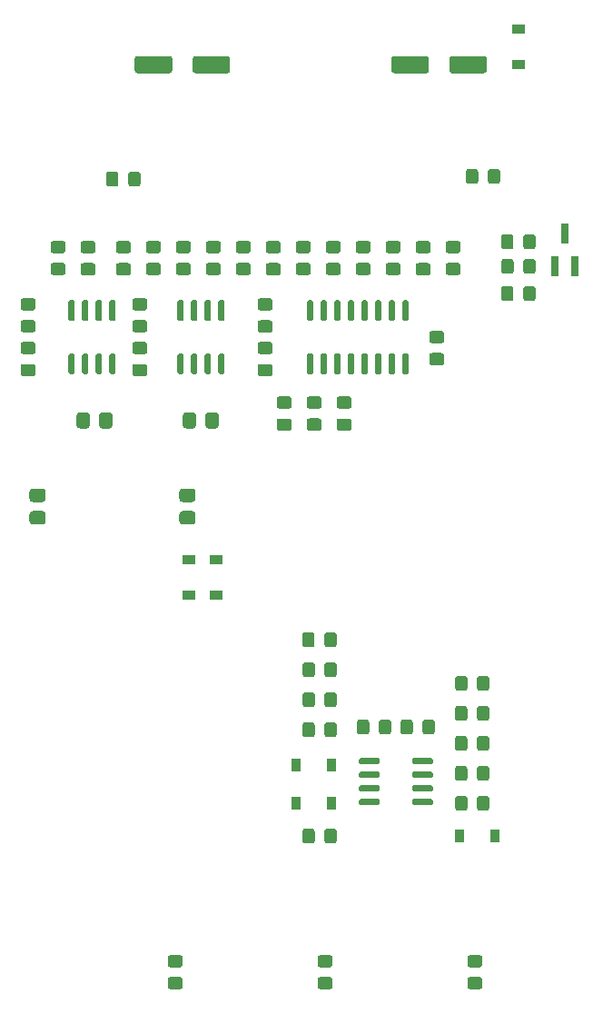
<source format=gbr>
G04 #@! TF.GenerationSoftware,KiCad,Pcbnew,5.1.6-c6e7f7d~87~ubuntu18.04.1*
G04 #@! TF.CreationDate,2020-08-03T08:46:45-04:00*
G04 #@! TF.ProjectId,2164SVF,32313634-5356-4462-9e6b-696361645f70,1*
G04 #@! TF.SameCoordinates,Original*
G04 #@! TF.FileFunction,Paste,Bot*
G04 #@! TF.FilePolarity,Positive*
%FSLAX46Y46*%
G04 Gerber Fmt 4.6, Leading zero omitted, Abs format (unit mm)*
G04 Created by KiCad (PCBNEW 5.1.6-c6e7f7d~87~ubuntu18.04.1) date 2020-08-03 08:46:45*
%MOMM*%
%LPD*%
G01*
G04 APERTURE LIST*
%ADD10R,0.800000X1.900000*%
%ADD11R,1.200000X0.900000*%
%ADD12R,0.900000X1.200000*%
G04 APERTURE END LIST*
G36*
G01*
X107759500Y-93599000D02*
X106870500Y-93599000D01*
G75*
G02*
X106553000Y-93281500I0J317500D01*
G01*
X106553000Y-92646500D01*
G75*
G02*
X106870500Y-92329000I317500J0D01*
G01*
X107759500Y-92329000D01*
G75*
G02*
X108077000Y-92646500I0J-317500D01*
G01*
X108077000Y-93281500D01*
G75*
G02*
X107759500Y-93599000I-317500J0D01*
G01*
G37*
G36*
G01*
X107759500Y-95694500D02*
X106870500Y-95694500D01*
G75*
G02*
X106553000Y-95377000I0J317500D01*
G01*
X106553000Y-94742000D01*
G75*
G02*
X106870500Y-94424500I317500J0D01*
G01*
X107759500Y-94424500D01*
G75*
G02*
X108077000Y-94742000I0J-317500D01*
G01*
X108077000Y-95377000D01*
G75*
G02*
X107759500Y-95694500I-317500J0D01*
G01*
G37*
G36*
G01*
X121729500Y-93599000D02*
X120840500Y-93599000D01*
G75*
G02*
X120523000Y-93281500I0J317500D01*
G01*
X120523000Y-92646500D01*
G75*
G02*
X120840500Y-92329000I317500J0D01*
G01*
X121729500Y-92329000D01*
G75*
G02*
X122047000Y-92646500I0J-317500D01*
G01*
X122047000Y-93281500D01*
G75*
G02*
X121729500Y-93599000I-317500J0D01*
G01*
G37*
G36*
G01*
X121729500Y-95694500D02*
X120840500Y-95694500D01*
G75*
G02*
X120523000Y-95377000I0J317500D01*
G01*
X120523000Y-94742000D01*
G75*
G02*
X120840500Y-94424500I317500J0D01*
G01*
X121729500Y-94424500D01*
G75*
G02*
X122047000Y-94742000I0J-317500D01*
G01*
X122047000Y-95377000D01*
G75*
G02*
X121729500Y-95694500I-317500J0D01*
G01*
G37*
G36*
G01*
X113030000Y-86423500D02*
X113030000Y-85534500D01*
G75*
G02*
X113347500Y-85217000I317500J0D01*
G01*
X113982500Y-85217000D01*
G75*
G02*
X114300000Y-85534500I0J-317500D01*
G01*
X114300000Y-86423500D01*
G75*
G02*
X113982500Y-86741000I-317500J0D01*
G01*
X113347500Y-86741000D01*
G75*
G02*
X113030000Y-86423500I0J317500D01*
G01*
G37*
G36*
G01*
X110934500Y-86423500D02*
X110934500Y-85534500D01*
G75*
G02*
X111252000Y-85217000I317500J0D01*
G01*
X111887000Y-85217000D01*
G75*
G02*
X112204500Y-85534500I0J-317500D01*
G01*
X112204500Y-86423500D01*
G75*
G02*
X111887000Y-86741000I-317500J0D01*
G01*
X111252000Y-86741000D01*
G75*
G02*
X110934500Y-86423500I0J317500D01*
G01*
G37*
G36*
G01*
X122936000Y-86423500D02*
X122936000Y-85534500D01*
G75*
G02*
X123253500Y-85217000I317500J0D01*
G01*
X123888500Y-85217000D01*
G75*
G02*
X124206000Y-85534500I0J-317500D01*
G01*
X124206000Y-86423500D01*
G75*
G02*
X123888500Y-86741000I-317500J0D01*
G01*
X123253500Y-86741000D01*
G75*
G02*
X122936000Y-86423500I0J317500D01*
G01*
G37*
G36*
G01*
X120840500Y-86423500D02*
X120840500Y-85534500D01*
G75*
G02*
X121158000Y-85217000I317500J0D01*
G01*
X121793000Y-85217000D01*
G75*
G02*
X122110500Y-85534500I0J-317500D01*
G01*
X122110500Y-86423500D01*
G75*
G02*
X121793000Y-86741000I-317500J0D01*
G01*
X121158000Y-86741000D01*
G75*
G02*
X120840500Y-86423500I0J317500D01*
G01*
G37*
D10*
X156464000Y-68604000D03*
X155514000Y-71604000D03*
X157414000Y-71604000D03*
G36*
G01*
X142216000Y-121689000D02*
X142216000Y-121389000D01*
G75*
G02*
X142366000Y-121239000I150000J0D01*
G01*
X144016000Y-121239000D01*
G75*
G02*
X144166000Y-121389000I0J-150000D01*
G01*
X144166000Y-121689000D01*
G75*
G02*
X144016000Y-121839000I-150000J0D01*
G01*
X142366000Y-121839000D01*
G75*
G02*
X142216000Y-121689000I0J150000D01*
G01*
G37*
G36*
G01*
X142216000Y-120419000D02*
X142216000Y-120119000D01*
G75*
G02*
X142366000Y-119969000I150000J0D01*
G01*
X144016000Y-119969000D01*
G75*
G02*
X144166000Y-120119000I0J-150000D01*
G01*
X144166000Y-120419000D01*
G75*
G02*
X144016000Y-120569000I-150000J0D01*
G01*
X142366000Y-120569000D01*
G75*
G02*
X142216000Y-120419000I0J150000D01*
G01*
G37*
G36*
G01*
X142216000Y-119149000D02*
X142216000Y-118849000D01*
G75*
G02*
X142366000Y-118699000I150000J0D01*
G01*
X144016000Y-118699000D01*
G75*
G02*
X144166000Y-118849000I0J-150000D01*
G01*
X144166000Y-119149000D01*
G75*
G02*
X144016000Y-119299000I-150000J0D01*
G01*
X142366000Y-119299000D01*
G75*
G02*
X142216000Y-119149000I0J150000D01*
G01*
G37*
G36*
G01*
X142216000Y-117879000D02*
X142216000Y-117579000D01*
G75*
G02*
X142366000Y-117429000I150000J0D01*
G01*
X144016000Y-117429000D01*
G75*
G02*
X144166000Y-117579000I0J-150000D01*
G01*
X144166000Y-117879000D01*
G75*
G02*
X144016000Y-118029000I-150000J0D01*
G01*
X142366000Y-118029000D01*
G75*
G02*
X142216000Y-117879000I0J150000D01*
G01*
G37*
G36*
G01*
X137266000Y-117879000D02*
X137266000Y-117579000D01*
G75*
G02*
X137416000Y-117429000I150000J0D01*
G01*
X139066000Y-117429000D01*
G75*
G02*
X139216000Y-117579000I0J-150000D01*
G01*
X139216000Y-117879000D01*
G75*
G02*
X139066000Y-118029000I-150000J0D01*
G01*
X137416000Y-118029000D01*
G75*
G02*
X137266000Y-117879000I0J150000D01*
G01*
G37*
G36*
G01*
X137266000Y-119149000D02*
X137266000Y-118849000D01*
G75*
G02*
X137416000Y-118699000I150000J0D01*
G01*
X139066000Y-118699000D01*
G75*
G02*
X139216000Y-118849000I0J-150000D01*
G01*
X139216000Y-119149000D01*
G75*
G02*
X139066000Y-119299000I-150000J0D01*
G01*
X137416000Y-119299000D01*
G75*
G02*
X137266000Y-119149000I0J150000D01*
G01*
G37*
G36*
G01*
X137266000Y-120419000D02*
X137266000Y-120119000D01*
G75*
G02*
X137416000Y-119969000I150000J0D01*
G01*
X139066000Y-119969000D01*
G75*
G02*
X139216000Y-120119000I0J-150000D01*
G01*
X139216000Y-120419000D01*
G75*
G02*
X139066000Y-120569000I-150000J0D01*
G01*
X137416000Y-120569000D01*
G75*
G02*
X137266000Y-120419000I0J150000D01*
G01*
G37*
G36*
G01*
X137266000Y-121689000D02*
X137266000Y-121389000D01*
G75*
G02*
X137416000Y-121239000I150000J0D01*
G01*
X139066000Y-121239000D01*
G75*
G02*
X139216000Y-121389000I0J-150000D01*
G01*
X139216000Y-121689000D01*
G75*
G02*
X139066000Y-121839000I-150000J0D01*
G01*
X137416000Y-121839000D01*
G75*
G02*
X137266000Y-121689000I0J150000D01*
G01*
G37*
G36*
G01*
X110340000Y-79732000D02*
X110640000Y-79732000D01*
G75*
G02*
X110790000Y-79882000I0J-150000D01*
G01*
X110790000Y-81532000D01*
G75*
G02*
X110640000Y-81682000I-150000J0D01*
G01*
X110340000Y-81682000D01*
G75*
G02*
X110190000Y-81532000I0J150000D01*
G01*
X110190000Y-79882000D01*
G75*
G02*
X110340000Y-79732000I150000J0D01*
G01*
G37*
G36*
G01*
X111610000Y-79732000D02*
X111910000Y-79732000D01*
G75*
G02*
X112060000Y-79882000I0J-150000D01*
G01*
X112060000Y-81532000D01*
G75*
G02*
X111910000Y-81682000I-150000J0D01*
G01*
X111610000Y-81682000D01*
G75*
G02*
X111460000Y-81532000I0J150000D01*
G01*
X111460000Y-79882000D01*
G75*
G02*
X111610000Y-79732000I150000J0D01*
G01*
G37*
G36*
G01*
X112880000Y-79732000D02*
X113180000Y-79732000D01*
G75*
G02*
X113330000Y-79882000I0J-150000D01*
G01*
X113330000Y-81532000D01*
G75*
G02*
X113180000Y-81682000I-150000J0D01*
G01*
X112880000Y-81682000D01*
G75*
G02*
X112730000Y-81532000I0J150000D01*
G01*
X112730000Y-79882000D01*
G75*
G02*
X112880000Y-79732000I150000J0D01*
G01*
G37*
G36*
G01*
X114150000Y-79732000D02*
X114450000Y-79732000D01*
G75*
G02*
X114600000Y-79882000I0J-150000D01*
G01*
X114600000Y-81532000D01*
G75*
G02*
X114450000Y-81682000I-150000J0D01*
G01*
X114150000Y-81682000D01*
G75*
G02*
X114000000Y-81532000I0J150000D01*
G01*
X114000000Y-79882000D01*
G75*
G02*
X114150000Y-79732000I150000J0D01*
G01*
G37*
G36*
G01*
X114150000Y-74782000D02*
X114450000Y-74782000D01*
G75*
G02*
X114600000Y-74932000I0J-150000D01*
G01*
X114600000Y-76582000D01*
G75*
G02*
X114450000Y-76732000I-150000J0D01*
G01*
X114150000Y-76732000D01*
G75*
G02*
X114000000Y-76582000I0J150000D01*
G01*
X114000000Y-74932000D01*
G75*
G02*
X114150000Y-74782000I150000J0D01*
G01*
G37*
G36*
G01*
X112880000Y-74782000D02*
X113180000Y-74782000D01*
G75*
G02*
X113330000Y-74932000I0J-150000D01*
G01*
X113330000Y-76582000D01*
G75*
G02*
X113180000Y-76732000I-150000J0D01*
G01*
X112880000Y-76732000D01*
G75*
G02*
X112730000Y-76582000I0J150000D01*
G01*
X112730000Y-74932000D01*
G75*
G02*
X112880000Y-74782000I150000J0D01*
G01*
G37*
G36*
G01*
X111610000Y-74782000D02*
X111910000Y-74782000D01*
G75*
G02*
X112060000Y-74932000I0J-150000D01*
G01*
X112060000Y-76582000D01*
G75*
G02*
X111910000Y-76732000I-150000J0D01*
G01*
X111610000Y-76732000D01*
G75*
G02*
X111460000Y-76582000I0J150000D01*
G01*
X111460000Y-74932000D01*
G75*
G02*
X111610000Y-74782000I150000J0D01*
G01*
G37*
G36*
G01*
X110340000Y-74782000D02*
X110640000Y-74782000D01*
G75*
G02*
X110790000Y-74932000I0J-150000D01*
G01*
X110790000Y-76582000D01*
G75*
G02*
X110640000Y-76732000I-150000J0D01*
G01*
X110340000Y-76732000D01*
G75*
G02*
X110190000Y-76582000I0J150000D01*
G01*
X110190000Y-74932000D01*
G75*
G02*
X110340000Y-74782000I150000J0D01*
G01*
G37*
G36*
G01*
X132565000Y-79732000D02*
X132865000Y-79732000D01*
G75*
G02*
X133015000Y-79882000I0J-150000D01*
G01*
X133015000Y-81532000D01*
G75*
G02*
X132865000Y-81682000I-150000J0D01*
G01*
X132565000Y-81682000D01*
G75*
G02*
X132415000Y-81532000I0J150000D01*
G01*
X132415000Y-79882000D01*
G75*
G02*
X132565000Y-79732000I150000J0D01*
G01*
G37*
G36*
G01*
X133835000Y-79732000D02*
X134135000Y-79732000D01*
G75*
G02*
X134285000Y-79882000I0J-150000D01*
G01*
X134285000Y-81532000D01*
G75*
G02*
X134135000Y-81682000I-150000J0D01*
G01*
X133835000Y-81682000D01*
G75*
G02*
X133685000Y-81532000I0J150000D01*
G01*
X133685000Y-79882000D01*
G75*
G02*
X133835000Y-79732000I150000J0D01*
G01*
G37*
G36*
G01*
X135105000Y-79732000D02*
X135405000Y-79732000D01*
G75*
G02*
X135555000Y-79882000I0J-150000D01*
G01*
X135555000Y-81532000D01*
G75*
G02*
X135405000Y-81682000I-150000J0D01*
G01*
X135105000Y-81682000D01*
G75*
G02*
X134955000Y-81532000I0J150000D01*
G01*
X134955000Y-79882000D01*
G75*
G02*
X135105000Y-79732000I150000J0D01*
G01*
G37*
G36*
G01*
X136375000Y-79732000D02*
X136675000Y-79732000D01*
G75*
G02*
X136825000Y-79882000I0J-150000D01*
G01*
X136825000Y-81532000D01*
G75*
G02*
X136675000Y-81682000I-150000J0D01*
G01*
X136375000Y-81682000D01*
G75*
G02*
X136225000Y-81532000I0J150000D01*
G01*
X136225000Y-79882000D01*
G75*
G02*
X136375000Y-79732000I150000J0D01*
G01*
G37*
G36*
G01*
X137645000Y-79732000D02*
X137945000Y-79732000D01*
G75*
G02*
X138095000Y-79882000I0J-150000D01*
G01*
X138095000Y-81532000D01*
G75*
G02*
X137945000Y-81682000I-150000J0D01*
G01*
X137645000Y-81682000D01*
G75*
G02*
X137495000Y-81532000I0J150000D01*
G01*
X137495000Y-79882000D01*
G75*
G02*
X137645000Y-79732000I150000J0D01*
G01*
G37*
G36*
G01*
X138915000Y-79732000D02*
X139215000Y-79732000D01*
G75*
G02*
X139365000Y-79882000I0J-150000D01*
G01*
X139365000Y-81532000D01*
G75*
G02*
X139215000Y-81682000I-150000J0D01*
G01*
X138915000Y-81682000D01*
G75*
G02*
X138765000Y-81532000I0J150000D01*
G01*
X138765000Y-79882000D01*
G75*
G02*
X138915000Y-79732000I150000J0D01*
G01*
G37*
G36*
G01*
X140185000Y-79732000D02*
X140485000Y-79732000D01*
G75*
G02*
X140635000Y-79882000I0J-150000D01*
G01*
X140635000Y-81532000D01*
G75*
G02*
X140485000Y-81682000I-150000J0D01*
G01*
X140185000Y-81682000D01*
G75*
G02*
X140035000Y-81532000I0J150000D01*
G01*
X140035000Y-79882000D01*
G75*
G02*
X140185000Y-79732000I150000J0D01*
G01*
G37*
G36*
G01*
X141455000Y-79732000D02*
X141755000Y-79732000D01*
G75*
G02*
X141905000Y-79882000I0J-150000D01*
G01*
X141905000Y-81532000D01*
G75*
G02*
X141755000Y-81682000I-150000J0D01*
G01*
X141455000Y-81682000D01*
G75*
G02*
X141305000Y-81532000I0J150000D01*
G01*
X141305000Y-79882000D01*
G75*
G02*
X141455000Y-79732000I150000J0D01*
G01*
G37*
G36*
G01*
X141455000Y-74782000D02*
X141755000Y-74782000D01*
G75*
G02*
X141905000Y-74932000I0J-150000D01*
G01*
X141905000Y-76582000D01*
G75*
G02*
X141755000Y-76732000I-150000J0D01*
G01*
X141455000Y-76732000D01*
G75*
G02*
X141305000Y-76582000I0J150000D01*
G01*
X141305000Y-74932000D01*
G75*
G02*
X141455000Y-74782000I150000J0D01*
G01*
G37*
G36*
G01*
X140185000Y-74782000D02*
X140485000Y-74782000D01*
G75*
G02*
X140635000Y-74932000I0J-150000D01*
G01*
X140635000Y-76582000D01*
G75*
G02*
X140485000Y-76732000I-150000J0D01*
G01*
X140185000Y-76732000D01*
G75*
G02*
X140035000Y-76582000I0J150000D01*
G01*
X140035000Y-74932000D01*
G75*
G02*
X140185000Y-74782000I150000J0D01*
G01*
G37*
G36*
G01*
X138915000Y-74782000D02*
X139215000Y-74782000D01*
G75*
G02*
X139365000Y-74932000I0J-150000D01*
G01*
X139365000Y-76582000D01*
G75*
G02*
X139215000Y-76732000I-150000J0D01*
G01*
X138915000Y-76732000D01*
G75*
G02*
X138765000Y-76582000I0J150000D01*
G01*
X138765000Y-74932000D01*
G75*
G02*
X138915000Y-74782000I150000J0D01*
G01*
G37*
G36*
G01*
X137645000Y-74782000D02*
X137945000Y-74782000D01*
G75*
G02*
X138095000Y-74932000I0J-150000D01*
G01*
X138095000Y-76582000D01*
G75*
G02*
X137945000Y-76732000I-150000J0D01*
G01*
X137645000Y-76732000D01*
G75*
G02*
X137495000Y-76582000I0J150000D01*
G01*
X137495000Y-74932000D01*
G75*
G02*
X137645000Y-74782000I150000J0D01*
G01*
G37*
G36*
G01*
X136375000Y-74782000D02*
X136675000Y-74782000D01*
G75*
G02*
X136825000Y-74932000I0J-150000D01*
G01*
X136825000Y-76582000D01*
G75*
G02*
X136675000Y-76732000I-150000J0D01*
G01*
X136375000Y-76732000D01*
G75*
G02*
X136225000Y-76582000I0J150000D01*
G01*
X136225000Y-74932000D01*
G75*
G02*
X136375000Y-74782000I150000J0D01*
G01*
G37*
G36*
G01*
X135105000Y-74782000D02*
X135405000Y-74782000D01*
G75*
G02*
X135555000Y-74932000I0J-150000D01*
G01*
X135555000Y-76582000D01*
G75*
G02*
X135405000Y-76732000I-150000J0D01*
G01*
X135105000Y-76732000D01*
G75*
G02*
X134955000Y-76582000I0J150000D01*
G01*
X134955000Y-74932000D01*
G75*
G02*
X135105000Y-74782000I150000J0D01*
G01*
G37*
G36*
G01*
X133835000Y-74782000D02*
X134135000Y-74782000D01*
G75*
G02*
X134285000Y-74932000I0J-150000D01*
G01*
X134285000Y-76582000D01*
G75*
G02*
X134135000Y-76732000I-150000J0D01*
G01*
X133835000Y-76732000D01*
G75*
G02*
X133685000Y-76582000I0J150000D01*
G01*
X133685000Y-74932000D01*
G75*
G02*
X133835000Y-74782000I150000J0D01*
G01*
G37*
G36*
G01*
X132565000Y-74782000D02*
X132865000Y-74782000D01*
G75*
G02*
X133015000Y-74932000I0J-150000D01*
G01*
X133015000Y-76582000D01*
G75*
G02*
X132865000Y-76732000I-150000J0D01*
G01*
X132565000Y-76732000D01*
G75*
G02*
X132415000Y-76582000I0J150000D01*
G01*
X132415000Y-74932000D01*
G75*
G02*
X132565000Y-74782000I150000J0D01*
G01*
G37*
G36*
G01*
X120500000Y-79732000D02*
X120800000Y-79732000D01*
G75*
G02*
X120950000Y-79882000I0J-150000D01*
G01*
X120950000Y-81532000D01*
G75*
G02*
X120800000Y-81682000I-150000J0D01*
G01*
X120500000Y-81682000D01*
G75*
G02*
X120350000Y-81532000I0J150000D01*
G01*
X120350000Y-79882000D01*
G75*
G02*
X120500000Y-79732000I150000J0D01*
G01*
G37*
G36*
G01*
X121770000Y-79732000D02*
X122070000Y-79732000D01*
G75*
G02*
X122220000Y-79882000I0J-150000D01*
G01*
X122220000Y-81532000D01*
G75*
G02*
X122070000Y-81682000I-150000J0D01*
G01*
X121770000Y-81682000D01*
G75*
G02*
X121620000Y-81532000I0J150000D01*
G01*
X121620000Y-79882000D01*
G75*
G02*
X121770000Y-79732000I150000J0D01*
G01*
G37*
G36*
G01*
X123040000Y-79732000D02*
X123340000Y-79732000D01*
G75*
G02*
X123490000Y-79882000I0J-150000D01*
G01*
X123490000Y-81532000D01*
G75*
G02*
X123340000Y-81682000I-150000J0D01*
G01*
X123040000Y-81682000D01*
G75*
G02*
X122890000Y-81532000I0J150000D01*
G01*
X122890000Y-79882000D01*
G75*
G02*
X123040000Y-79732000I150000J0D01*
G01*
G37*
G36*
G01*
X124310000Y-79732000D02*
X124610000Y-79732000D01*
G75*
G02*
X124760000Y-79882000I0J-150000D01*
G01*
X124760000Y-81532000D01*
G75*
G02*
X124610000Y-81682000I-150000J0D01*
G01*
X124310000Y-81682000D01*
G75*
G02*
X124160000Y-81532000I0J150000D01*
G01*
X124160000Y-79882000D01*
G75*
G02*
X124310000Y-79732000I150000J0D01*
G01*
G37*
G36*
G01*
X124310000Y-74782000D02*
X124610000Y-74782000D01*
G75*
G02*
X124760000Y-74932000I0J-150000D01*
G01*
X124760000Y-76582000D01*
G75*
G02*
X124610000Y-76732000I-150000J0D01*
G01*
X124310000Y-76732000D01*
G75*
G02*
X124160000Y-76582000I0J150000D01*
G01*
X124160000Y-74932000D01*
G75*
G02*
X124310000Y-74782000I150000J0D01*
G01*
G37*
G36*
G01*
X123040000Y-74782000D02*
X123340000Y-74782000D01*
G75*
G02*
X123490000Y-74932000I0J-150000D01*
G01*
X123490000Y-76582000D01*
G75*
G02*
X123340000Y-76732000I-150000J0D01*
G01*
X123040000Y-76732000D01*
G75*
G02*
X122890000Y-76582000I0J150000D01*
G01*
X122890000Y-74932000D01*
G75*
G02*
X123040000Y-74782000I150000J0D01*
G01*
G37*
G36*
G01*
X121770000Y-74782000D02*
X122070000Y-74782000D01*
G75*
G02*
X122220000Y-74932000I0J-150000D01*
G01*
X122220000Y-76582000D01*
G75*
G02*
X122070000Y-76732000I-150000J0D01*
G01*
X121770000Y-76732000D01*
G75*
G02*
X121620000Y-76582000I0J150000D01*
G01*
X121620000Y-74932000D01*
G75*
G02*
X121770000Y-74782000I150000J0D01*
G01*
G37*
G36*
G01*
X120500000Y-74782000D02*
X120800000Y-74782000D01*
G75*
G02*
X120950000Y-74932000I0J-150000D01*
G01*
X120950000Y-76582000D01*
G75*
G02*
X120800000Y-76732000I-150000J0D01*
G01*
X120500000Y-76732000D01*
G75*
G02*
X120350000Y-76582000I0J150000D01*
G01*
X120350000Y-74932000D01*
G75*
G02*
X120500000Y-74782000I150000J0D01*
G01*
G37*
G36*
G01*
X144976001Y-78798000D02*
X144075999Y-78798000D01*
G75*
G02*
X143826000Y-78548001I0J249999D01*
G01*
X143826000Y-77897999D01*
G75*
G02*
X144075999Y-77648000I249999J0D01*
G01*
X144976001Y-77648000D01*
G75*
G02*
X145226000Y-77897999I0J-249999D01*
G01*
X145226000Y-78548001D01*
G75*
G02*
X144976001Y-78798000I-249999J0D01*
G01*
G37*
G36*
G01*
X144976001Y-80848000D02*
X144075999Y-80848000D01*
G75*
G02*
X143826000Y-80598001I0J249999D01*
G01*
X143826000Y-79947999D01*
G75*
G02*
X144075999Y-79698000I249999J0D01*
G01*
X144976001Y-79698000D01*
G75*
G02*
X145226000Y-79947999I0J-249999D01*
G01*
X145226000Y-80598001D01*
G75*
G02*
X144976001Y-80848000I-249999J0D01*
G01*
G37*
G36*
G01*
X151696000Y-71177999D02*
X151696000Y-72078001D01*
G75*
G02*
X151446001Y-72328000I-249999J0D01*
G01*
X150795999Y-72328000D01*
G75*
G02*
X150546000Y-72078001I0J249999D01*
G01*
X150546000Y-71177999D01*
G75*
G02*
X150795999Y-70928000I249999J0D01*
G01*
X151446001Y-70928000D01*
G75*
G02*
X151696000Y-71177999I0J-249999D01*
G01*
G37*
G36*
G01*
X153746000Y-71177999D02*
X153746000Y-72078001D01*
G75*
G02*
X153496001Y-72328000I-249999J0D01*
G01*
X152845999Y-72328000D01*
G75*
G02*
X152596000Y-72078001I0J249999D01*
G01*
X152596000Y-71177999D01*
G75*
G02*
X152845999Y-70928000I249999J0D01*
G01*
X153496001Y-70928000D01*
G75*
G02*
X153746000Y-71177999I0J-249999D01*
G01*
G37*
G36*
G01*
X147378000Y-118421999D02*
X147378000Y-119322001D01*
G75*
G02*
X147128001Y-119572000I-249999J0D01*
G01*
X146477999Y-119572000D01*
G75*
G02*
X146228000Y-119322001I0J249999D01*
G01*
X146228000Y-118421999D01*
G75*
G02*
X146477999Y-118172000I249999J0D01*
G01*
X147128001Y-118172000D01*
G75*
G02*
X147378000Y-118421999I0J-249999D01*
G01*
G37*
G36*
G01*
X149428000Y-118421999D02*
X149428000Y-119322001D01*
G75*
G02*
X149178001Y-119572000I-249999J0D01*
G01*
X148527999Y-119572000D01*
G75*
G02*
X148278000Y-119322001I0J249999D01*
G01*
X148278000Y-118421999D01*
G75*
G02*
X148527999Y-118172000I249999J0D01*
G01*
X149178001Y-118172000D01*
G75*
G02*
X149428000Y-118421999I0J-249999D01*
G01*
G37*
G36*
G01*
X148287000Y-110940001D02*
X148287000Y-110039999D01*
G75*
G02*
X148536999Y-109790000I249999J0D01*
G01*
X149187001Y-109790000D01*
G75*
G02*
X149437000Y-110039999I0J-249999D01*
G01*
X149437000Y-110940001D01*
G75*
G02*
X149187001Y-111190000I-249999J0D01*
G01*
X148536999Y-111190000D01*
G75*
G02*
X148287000Y-110940001I0J249999D01*
G01*
G37*
G36*
G01*
X146237000Y-110940001D02*
X146237000Y-110039999D01*
G75*
G02*
X146486999Y-109790000I249999J0D01*
G01*
X147137001Y-109790000D01*
G75*
G02*
X147387000Y-110039999I0J-249999D01*
G01*
X147387000Y-110940001D01*
G75*
G02*
X147137001Y-111190000I-249999J0D01*
G01*
X146486999Y-111190000D01*
G75*
G02*
X146237000Y-110940001I0J249999D01*
G01*
G37*
G36*
G01*
X148278000Y-113734001D02*
X148278000Y-112833999D01*
G75*
G02*
X148527999Y-112584000I249999J0D01*
G01*
X149178001Y-112584000D01*
G75*
G02*
X149428000Y-112833999I0J-249999D01*
G01*
X149428000Y-113734001D01*
G75*
G02*
X149178001Y-113984000I-249999J0D01*
G01*
X148527999Y-113984000D01*
G75*
G02*
X148278000Y-113734001I0J249999D01*
G01*
G37*
G36*
G01*
X146228000Y-113734001D02*
X146228000Y-112833999D01*
G75*
G02*
X146477999Y-112584000I249999J0D01*
G01*
X147128001Y-112584000D01*
G75*
G02*
X147378000Y-112833999I0J-249999D01*
G01*
X147378000Y-113734001D01*
G75*
G02*
X147128001Y-113984000I-249999J0D01*
G01*
X146477999Y-113984000D01*
G75*
G02*
X146228000Y-113734001I0J249999D01*
G01*
G37*
G36*
G01*
X148278000Y-116528001D02*
X148278000Y-115627999D01*
G75*
G02*
X148527999Y-115378000I249999J0D01*
G01*
X149178001Y-115378000D01*
G75*
G02*
X149428000Y-115627999I0J-249999D01*
G01*
X149428000Y-116528001D01*
G75*
G02*
X149178001Y-116778000I-249999J0D01*
G01*
X148527999Y-116778000D01*
G75*
G02*
X148278000Y-116528001I0J249999D01*
G01*
G37*
G36*
G01*
X146228000Y-116528001D02*
X146228000Y-115627999D01*
G75*
G02*
X146477999Y-115378000I249999J0D01*
G01*
X147128001Y-115378000D01*
G75*
G02*
X147378000Y-115627999I0J-249999D01*
G01*
X147378000Y-116528001D01*
G75*
G02*
X147128001Y-116778000I-249999J0D01*
G01*
X146477999Y-116778000D01*
G75*
G02*
X146228000Y-116528001I0J249999D01*
G01*
G37*
G36*
G01*
X134054000Y-115258001D02*
X134054000Y-114357999D01*
G75*
G02*
X134303999Y-114108000I249999J0D01*
G01*
X134954001Y-114108000D01*
G75*
G02*
X135204000Y-114357999I0J-249999D01*
G01*
X135204000Y-115258001D01*
G75*
G02*
X134954001Y-115508000I-249999J0D01*
G01*
X134303999Y-115508000D01*
G75*
G02*
X134054000Y-115258001I0J249999D01*
G01*
G37*
G36*
G01*
X132004000Y-115258001D02*
X132004000Y-114357999D01*
G75*
G02*
X132253999Y-114108000I249999J0D01*
G01*
X132904001Y-114108000D01*
G75*
G02*
X133154000Y-114357999I0J-249999D01*
G01*
X133154000Y-115258001D01*
G75*
G02*
X132904001Y-115508000I-249999J0D01*
G01*
X132253999Y-115508000D01*
G75*
G02*
X132004000Y-115258001I0J249999D01*
G01*
G37*
G36*
G01*
X133163000Y-108769999D02*
X133163000Y-109670001D01*
G75*
G02*
X132913001Y-109920000I-249999J0D01*
G01*
X132262999Y-109920000D01*
G75*
G02*
X132013000Y-109670001I0J249999D01*
G01*
X132013000Y-108769999D01*
G75*
G02*
X132262999Y-108520000I249999J0D01*
G01*
X132913001Y-108520000D01*
G75*
G02*
X133163000Y-108769999I0J-249999D01*
G01*
G37*
G36*
G01*
X135213000Y-108769999D02*
X135213000Y-109670001D01*
G75*
G02*
X134963001Y-109920000I-249999J0D01*
G01*
X134312999Y-109920000D01*
G75*
G02*
X134063000Y-109670001I0J249999D01*
G01*
X134063000Y-108769999D01*
G75*
G02*
X134312999Y-108520000I249999J0D01*
G01*
X134963001Y-108520000D01*
G75*
G02*
X135213000Y-108769999I0J-249999D01*
G01*
G37*
G36*
G01*
X133163000Y-111563999D02*
X133163000Y-112464001D01*
G75*
G02*
X132913001Y-112714000I-249999J0D01*
G01*
X132262999Y-112714000D01*
G75*
G02*
X132013000Y-112464001I0J249999D01*
G01*
X132013000Y-111563999D01*
G75*
G02*
X132262999Y-111314000I249999J0D01*
G01*
X132913001Y-111314000D01*
G75*
G02*
X133163000Y-111563999I0J-249999D01*
G01*
G37*
G36*
G01*
X135213000Y-111563999D02*
X135213000Y-112464001D01*
G75*
G02*
X134963001Y-112714000I-249999J0D01*
G01*
X134312999Y-112714000D01*
G75*
G02*
X134063000Y-112464001I0J249999D01*
G01*
X134063000Y-111563999D01*
G75*
G02*
X134312999Y-111314000I249999J0D01*
G01*
X134963001Y-111314000D01*
G75*
G02*
X135213000Y-111563999I0J-249999D01*
G01*
G37*
G36*
G01*
X133145000Y-105975999D02*
X133145000Y-106876001D01*
G75*
G02*
X132895001Y-107126000I-249999J0D01*
G01*
X132244999Y-107126000D01*
G75*
G02*
X131995000Y-106876001I0J249999D01*
G01*
X131995000Y-105975999D01*
G75*
G02*
X132244999Y-105726000I249999J0D01*
G01*
X132895001Y-105726000D01*
G75*
G02*
X133145000Y-105975999I0J-249999D01*
G01*
G37*
G36*
G01*
X135195000Y-105975999D02*
X135195000Y-106876001D01*
G75*
G02*
X134945001Y-107126000I-249999J0D01*
G01*
X134294999Y-107126000D01*
G75*
G02*
X134045000Y-106876001I0J249999D01*
G01*
X134045000Y-105975999D01*
G75*
G02*
X134294999Y-105726000I249999J0D01*
G01*
X134945001Y-105726000D01*
G75*
G02*
X135195000Y-105975999I0J-249999D01*
G01*
G37*
G36*
G01*
X142805999Y-71316000D02*
X143706001Y-71316000D01*
G75*
G02*
X143956000Y-71565999I0J-249999D01*
G01*
X143956000Y-72216001D01*
G75*
G02*
X143706001Y-72466000I-249999J0D01*
G01*
X142805999Y-72466000D01*
G75*
G02*
X142556000Y-72216001I0J249999D01*
G01*
X142556000Y-71565999D01*
G75*
G02*
X142805999Y-71316000I249999J0D01*
G01*
G37*
G36*
G01*
X142805999Y-69266000D02*
X143706001Y-69266000D01*
G75*
G02*
X143956000Y-69515999I0J-249999D01*
G01*
X143956000Y-70166001D01*
G75*
G02*
X143706001Y-70416000I-249999J0D01*
G01*
X142805999Y-70416000D01*
G75*
G02*
X142556000Y-70166001I0J249999D01*
G01*
X142556000Y-69515999D01*
G75*
G02*
X142805999Y-69266000I249999J0D01*
G01*
G37*
G36*
G01*
X140912001Y-70407000D02*
X140011999Y-70407000D01*
G75*
G02*
X139762000Y-70157001I0J249999D01*
G01*
X139762000Y-69506999D01*
G75*
G02*
X140011999Y-69257000I249999J0D01*
G01*
X140912001Y-69257000D01*
G75*
G02*
X141162000Y-69506999I0J-249999D01*
G01*
X141162000Y-70157001D01*
G75*
G02*
X140912001Y-70407000I-249999J0D01*
G01*
G37*
G36*
G01*
X140912001Y-72457000D02*
X140011999Y-72457000D01*
G75*
G02*
X139762000Y-72207001I0J249999D01*
G01*
X139762000Y-71556999D01*
G75*
G02*
X140011999Y-71307000I249999J0D01*
G01*
X140912001Y-71307000D01*
G75*
G02*
X141162000Y-71556999I0J-249999D01*
G01*
X141162000Y-72207001D01*
G75*
G02*
X140912001Y-72457000I-249999J0D01*
G01*
G37*
G36*
G01*
X130752001Y-84903000D02*
X129851999Y-84903000D01*
G75*
G02*
X129602000Y-84653001I0J249999D01*
G01*
X129602000Y-84002999D01*
G75*
G02*
X129851999Y-83753000I249999J0D01*
G01*
X130752001Y-83753000D01*
G75*
G02*
X131002000Y-84002999I0J-249999D01*
G01*
X131002000Y-84653001D01*
G75*
G02*
X130752001Y-84903000I-249999J0D01*
G01*
G37*
G36*
G01*
X130752001Y-86953000D02*
X129851999Y-86953000D01*
G75*
G02*
X129602000Y-86703001I0J249999D01*
G01*
X129602000Y-86052999D01*
G75*
G02*
X129851999Y-85803000I249999J0D01*
G01*
X130752001Y-85803000D01*
G75*
G02*
X131002000Y-86052999I0J-249999D01*
G01*
X131002000Y-86703001D01*
G75*
G02*
X130752001Y-86953000I-249999J0D01*
G01*
G37*
G36*
G01*
X133546001Y-84894000D02*
X132645999Y-84894000D01*
G75*
G02*
X132396000Y-84644001I0J249999D01*
G01*
X132396000Y-83993999D01*
G75*
G02*
X132645999Y-83744000I249999J0D01*
G01*
X133546001Y-83744000D01*
G75*
G02*
X133796000Y-83993999I0J-249999D01*
G01*
X133796000Y-84644001D01*
G75*
G02*
X133546001Y-84894000I-249999J0D01*
G01*
G37*
G36*
G01*
X133546001Y-86944000D02*
X132645999Y-86944000D01*
G75*
G02*
X132396000Y-86694001I0J249999D01*
G01*
X132396000Y-86043999D01*
G75*
G02*
X132645999Y-85794000I249999J0D01*
G01*
X133546001Y-85794000D01*
G75*
G02*
X133796000Y-86043999I0J-249999D01*
G01*
X133796000Y-86694001D01*
G75*
G02*
X133546001Y-86944000I-249999J0D01*
G01*
G37*
G36*
G01*
X134423999Y-71307000D02*
X135324001Y-71307000D01*
G75*
G02*
X135574000Y-71556999I0J-249999D01*
G01*
X135574000Y-72207001D01*
G75*
G02*
X135324001Y-72457000I-249999J0D01*
G01*
X134423999Y-72457000D01*
G75*
G02*
X134174000Y-72207001I0J249999D01*
G01*
X134174000Y-71556999D01*
G75*
G02*
X134423999Y-71307000I249999J0D01*
G01*
G37*
G36*
G01*
X134423999Y-69257000D02*
X135324001Y-69257000D01*
G75*
G02*
X135574000Y-69506999I0J-249999D01*
G01*
X135574000Y-70157001D01*
G75*
G02*
X135324001Y-70407000I-249999J0D01*
G01*
X134423999Y-70407000D01*
G75*
G02*
X134174000Y-70157001I0J249999D01*
G01*
X134174000Y-69506999D01*
G75*
G02*
X134423999Y-69257000I249999J0D01*
G01*
G37*
G36*
G01*
X138118001Y-70407000D02*
X137217999Y-70407000D01*
G75*
G02*
X136968000Y-70157001I0J249999D01*
G01*
X136968000Y-69506999D01*
G75*
G02*
X137217999Y-69257000I249999J0D01*
G01*
X138118001Y-69257000D01*
G75*
G02*
X138368000Y-69506999I0J-249999D01*
G01*
X138368000Y-70157001D01*
G75*
G02*
X138118001Y-70407000I-249999J0D01*
G01*
G37*
G36*
G01*
X138118001Y-72457000D02*
X137217999Y-72457000D01*
G75*
G02*
X136968000Y-72207001I0J249999D01*
G01*
X136968000Y-71556999D01*
G75*
G02*
X137217999Y-71307000I249999J0D01*
G01*
X138118001Y-71307000D01*
G75*
G02*
X138368000Y-71556999I0J-249999D01*
G01*
X138368000Y-72207001D01*
G75*
G02*
X138118001Y-72457000I-249999J0D01*
G01*
G37*
G36*
G01*
X111563999Y-71316000D02*
X112464001Y-71316000D01*
G75*
G02*
X112714000Y-71565999I0J-249999D01*
G01*
X112714000Y-72216001D01*
G75*
G02*
X112464001Y-72466000I-249999J0D01*
G01*
X111563999Y-72466000D01*
G75*
G02*
X111314000Y-72216001I0J249999D01*
G01*
X111314000Y-71565999D01*
G75*
G02*
X111563999Y-71316000I249999J0D01*
G01*
G37*
G36*
G01*
X111563999Y-69266000D02*
X112464001Y-69266000D01*
G75*
G02*
X112714000Y-69515999I0J-249999D01*
G01*
X112714000Y-70166001D01*
G75*
G02*
X112464001Y-70416000I-249999J0D01*
G01*
X111563999Y-70416000D01*
G75*
G02*
X111314000Y-70166001I0J249999D01*
G01*
X111314000Y-69515999D01*
G75*
G02*
X111563999Y-69266000I249999J0D01*
G01*
G37*
G36*
G01*
X120453999Y-71307000D02*
X121354001Y-71307000D01*
G75*
G02*
X121604000Y-71556999I0J-249999D01*
G01*
X121604000Y-72207001D01*
G75*
G02*
X121354001Y-72457000I-249999J0D01*
G01*
X120453999Y-72457000D01*
G75*
G02*
X120204000Y-72207001I0J249999D01*
G01*
X120204000Y-71556999D01*
G75*
G02*
X120453999Y-71307000I249999J0D01*
G01*
G37*
G36*
G01*
X120453999Y-69257000D02*
X121354001Y-69257000D01*
G75*
G02*
X121604000Y-69506999I0J-249999D01*
G01*
X121604000Y-70157001D01*
G75*
G02*
X121354001Y-70407000I-249999J0D01*
G01*
X120453999Y-70407000D01*
G75*
G02*
X120204000Y-70157001I0J249999D01*
G01*
X120204000Y-69506999D01*
G75*
G02*
X120453999Y-69257000I249999J0D01*
G01*
G37*
G36*
G01*
X123247999Y-71307000D02*
X124148001Y-71307000D01*
G75*
G02*
X124398000Y-71556999I0J-249999D01*
G01*
X124398000Y-72207001D01*
G75*
G02*
X124148001Y-72457000I-249999J0D01*
G01*
X123247999Y-72457000D01*
G75*
G02*
X122998000Y-72207001I0J249999D01*
G01*
X122998000Y-71556999D01*
G75*
G02*
X123247999Y-71307000I249999J0D01*
G01*
G37*
G36*
G01*
X123247999Y-69257000D02*
X124148001Y-69257000D01*
G75*
G02*
X124398000Y-69506999I0J-249999D01*
G01*
X124398000Y-70157001D01*
G75*
G02*
X124148001Y-70407000I-249999J0D01*
G01*
X123247999Y-70407000D01*
G75*
G02*
X122998000Y-70157001I0J249999D01*
G01*
X122998000Y-69506999D01*
G75*
G02*
X123247999Y-69257000I249999J0D01*
G01*
G37*
G36*
G01*
X117659999Y-71307000D02*
X118560001Y-71307000D01*
G75*
G02*
X118810000Y-71556999I0J-249999D01*
G01*
X118810000Y-72207001D01*
G75*
G02*
X118560001Y-72457000I-249999J0D01*
G01*
X117659999Y-72457000D01*
G75*
G02*
X117410000Y-72207001I0J249999D01*
G01*
X117410000Y-71556999D01*
G75*
G02*
X117659999Y-71307000I249999J0D01*
G01*
G37*
G36*
G01*
X117659999Y-69257000D02*
X118560001Y-69257000D01*
G75*
G02*
X118810000Y-69506999I0J-249999D01*
G01*
X118810000Y-70157001D01*
G75*
G02*
X118560001Y-70407000I-249999J0D01*
G01*
X117659999Y-70407000D01*
G75*
G02*
X117410000Y-70157001I0J249999D01*
G01*
X117410000Y-69506999D01*
G75*
G02*
X117659999Y-69257000I249999J0D01*
G01*
G37*
G36*
G01*
X128835999Y-71316000D02*
X129736001Y-71316000D01*
G75*
G02*
X129986000Y-71565999I0J-249999D01*
G01*
X129986000Y-72216001D01*
G75*
G02*
X129736001Y-72466000I-249999J0D01*
G01*
X128835999Y-72466000D01*
G75*
G02*
X128586000Y-72216001I0J249999D01*
G01*
X128586000Y-71565999D01*
G75*
G02*
X128835999Y-71316000I249999J0D01*
G01*
G37*
G36*
G01*
X128835999Y-69266000D02*
X129736001Y-69266000D01*
G75*
G02*
X129986000Y-69515999I0J-249999D01*
G01*
X129986000Y-70166001D01*
G75*
G02*
X129736001Y-70416000I-249999J0D01*
G01*
X128835999Y-70416000D01*
G75*
G02*
X128586000Y-70166001I0J249999D01*
G01*
X128586000Y-69515999D01*
G75*
G02*
X128835999Y-69266000I249999J0D01*
G01*
G37*
G36*
G01*
X115766001Y-70416000D02*
X114865999Y-70416000D01*
G75*
G02*
X114616000Y-70166001I0J249999D01*
G01*
X114616000Y-69515999D01*
G75*
G02*
X114865999Y-69266000I249999J0D01*
G01*
X115766001Y-69266000D01*
G75*
G02*
X116016000Y-69515999I0J-249999D01*
G01*
X116016000Y-70166001D01*
G75*
G02*
X115766001Y-70416000I-249999J0D01*
G01*
G37*
G36*
G01*
X115766001Y-72466000D02*
X114865999Y-72466000D01*
G75*
G02*
X114616000Y-72216001I0J249999D01*
G01*
X114616000Y-71565999D01*
G75*
G02*
X114865999Y-71316000I249999J0D01*
G01*
X115766001Y-71316000D01*
G75*
G02*
X116016000Y-71565999I0J-249999D01*
G01*
X116016000Y-72216001D01*
G75*
G02*
X115766001Y-72466000I-249999J0D01*
G01*
G37*
G36*
G01*
X120592001Y-136955000D02*
X119691999Y-136955000D01*
G75*
G02*
X119442000Y-136705001I0J249999D01*
G01*
X119442000Y-136054999D01*
G75*
G02*
X119691999Y-135805000I249999J0D01*
G01*
X120592001Y-135805000D01*
G75*
G02*
X120842000Y-136054999I0J-249999D01*
G01*
X120842000Y-136705001D01*
G75*
G02*
X120592001Y-136955000I-249999J0D01*
G01*
G37*
G36*
G01*
X120592001Y-139005000D02*
X119691999Y-139005000D01*
G75*
G02*
X119442000Y-138755001I0J249999D01*
G01*
X119442000Y-138104999D01*
G75*
G02*
X119691999Y-137855000I249999J0D01*
G01*
X120592001Y-137855000D01*
G75*
G02*
X120842000Y-138104999I0J-249999D01*
G01*
X120842000Y-138755001D01*
G75*
G02*
X120592001Y-139005000I-249999J0D01*
G01*
G37*
G36*
G01*
X134562001Y-136955000D02*
X133661999Y-136955000D01*
G75*
G02*
X133412000Y-136705001I0J249999D01*
G01*
X133412000Y-136054999D01*
G75*
G02*
X133661999Y-135805000I249999J0D01*
G01*
X134562001Y-135805000D01*
G75*
G02*
X134812000Y-136054999I0J-249999D01*
G01*
X134812000Y-136705001D01*
G75*
G02*
X134562001Y-136955000I-249999J0D01*
G01*
G37*
G36*
G01*
X134562001Y-139005000D02*
X133661999Y-139005000D01*
G75*
G02*
X133412000Y-138755001I0J249999D01*
G01*
X133412000Y-138104999D01*
G75*
G02*
X133661999Y-137855000I249999J0D01*
G01*
X134562001Y-137855000D01*
G75*
G02*
X134812000Y-138104999I0J-249999D01*
G01*
X134812000Y-138755001D01*
G75*
G02*
X134562001Y-139005000I-249999J0D01*
G01*
G37*
G36*
G01*
X148532001Y-136955000D02*
X147631999Y-136955000D01*
G75*
G02*
X147382000Y-136705001I0J249999D01*
G01*
X147382000Y-136054999D01*
G75*
G02*
X147631999Y-135805000I249999J0D01*
G01*
X148532001Y-135805000D01*
G75*
G02*
X148782000Y-136054999I0J-249999D01*
G01*
X148782000Y-136705001D01*
G75*
G02*
X148532001Y-136955000I-249999J0D01*
G01*
G37*
G36*
G01*
X148532001Y-139005000D02*
X147631999Y-139005000D01*
G75*
G02*
X147382000Y-138755001I0J249999D01*
G01*
X147382000Y-138104999D01*
G75*
G02*
X147631999Y-137855000I249999J0D01*
G01*
X148532001Y-137855000D01*
G75*
G02*
X148782000Y-138104999I0J-249999D01*
G01*
X148782000Y-138755001D01*
G75*
G02*
X148532001Y-139005000I-249999J0D01*
G01*
G37*
D11*
X152146000Y-49530000D03*
X152146000Y-52830000D03*
D12*
X146686000Y-124714000D03*
X149986000Y-124714000D03*
X134746000Y-121666000D03*
X131446000Y-121666000D03*
X134746000Y-118110000D03*
X131446000Y-118110000D03*
D11*
X121412000Y-98934000D03*
X121412000Y-102234000D03*
X123952000Y-102234000D03*
X123952000Y-98934000D03*
G36*
G01*
X139134000Y-115004001D02*
X139134000Y-114103999D01*
G75*
G02*
X139383999Y-113854000I249999J0D01*
G01*
X140034001Y-113854000D01*
G75*
G02*
X140284000Y-114103999I0J-249999D01*
G01*
X140284000Y-115004001D01*
G75*
G02*
X140034001Y-115254000I-249999J0D01*
G01*
X139383999Y-115254000D01*
G75*
G02*
X139134000Y-115004001I0J249999D01*
G01*
G37*
G36*
G01*
X137084000Y-115004001D02*
X137084000Y-114103999D01*
G75*
G02*
X137333999Y-113854000I249999J0D01*
G01*
X137984001Y-113854000D01*
G75*
G02*
X138234000Y-114103999I0J-249999D01*
G01*
X138234000Y-115004001D01*
G75*
G02*
X137984001Y-115254000I-249999J0D01*
G01*
X137333999Y-115254000D01*
G75*
G02*
X137084000Y-115004001I0J249999D01*
G01*
G37*
G36*
G01*
X143198000Y-115004001D02*
X143198000Y-114103999D01*
G75*
G02*
X143447999Y-113854000I249999J0D01*
G01*
X144098001Y-113854000D01*
G75*
G02*
X144348000Y-114103999I0J-249999D01*
G01*
X144348000Y-115004001D01*
G75*
G02*
X144098001Y-115254000I-249999J0D01*
G01*
X143447999Y-115254000D01*
G75*
G02*
X143198000Y-115004001I0J249999D01*
G01*
G37*
G36*
G01*
X141148000Y-115004001D02*
X141148000Y-114103999D01*
G75*
G02*
X141397999Y-113854000I249999J0D01*
G01*
X142048001Y-113854000D01*
G75*
G02*
X142298000Y-114103999I0J-249999D01*
G01*
X142298000Y-115004001D01*
G75*
G02*
X142048001Y-115254000I-249999J0D01*
G01*
X141397999Y-115254000D01*
G75*
G02*
X141148000Y-115004001I0J249999D01*
G01*
G37*
G36*
G01*
X152587000Y-74618001D02*
X152587000Y-73717999D01*
G75*
G02*
X152836999Y-73468000I249999J0D01*
G01*
X153487001Y-73468000D01*
G75*
G02*
X153737000Y-73717999I0J-249999D01*
G01*
X153737000Y-74618001D01*
G75*
G02*
X153487001Y-74868000I-249999J0D01*
G01*
X152836999Y-74868000D01*
G75*
G02*
X152587000Y-74618001I0J249999D01*
G01*
G37*
G36*
G01*
X150537000Y-74618001D02*
X150537000Y-73717999D01*
G75*
G02*
X150786999Y-73468000I249999J0D01*
G01*
X151437001Y-73468000D01*
G75*
G02*
X151687000Y-73717999I0J-249999D01*
G01*
X151687000Y-74618001D01*
G75*
G02*
X151437001Y-74868000I-249999J0D01*
G01*
X150786999Y-74868000D01*
G75*
G02*
X150537000Y-74618001I0J249999D01*
G01*
G37*
G36*
G01*
X105975999Y-76641000D02*
X106876001Y-76641000D01*
G75*
G02*
X107126000Y-76890999I0J-249999D01*
G01*
X107126000Y-77541001D01*
G75*
G02*
X106876001Y-77791000I-249999J0D01*
G01*
X105975999Y-77791000D01*
G75*
G02*
X105726000Y-77541001I0J249999D01*
G01*
X105726000Y-76890999D01*
G75*
G02*
X105975999Y-76641000I249999J0D01*
G01*
G37*
G36*
G01*
X105975999Y-74591000D02*
X106876001Y-74591000D01*
G75*
G02*
X107126000Y-74840999I0J-249999D01*
G01*
X107126000Y-75491001D01*
G75*
G02*
X106876001Y-75741000I-249999J0D01*
G01*
X105975999Y-75741000D01*
G75*
G02*
X105726000Y-75491001I0J249999D01*
G01*
X105726000Y-74840999D01*
G75*
G02*
X105975999Y-74591000I249999J0D01*
G01*
G37*
G36*
G01*
X105975999Y-80723000D02*
X106876001Y-80723000D01*
G75*
G02*
X107126000Y-80972999I0J-249999D01*
G01*
X107126000Y-81623001D01*
G75*
G02*
X106876001Y-81873000I-249999J0D01*
G01*
X105975999Y-81873000D01*
G75*
G02*
X105726000Y-81623001I0J249999D01*
G01*
X105726000Y-80972999D01*
G75*
G02*
X105975999Y-80723000I249999J0D01*
G01*
G37*
G36*
G01*
X105975999Y-78673000D02*
X106876001Y-78673000D01*
G75*
G02*
X107126000Y-78922999I0J-249999D01*
G01*
X107126000Y-79573001D01*
G75*
G02*
X106876001Y-79823000I-249999J0D01*
G01*
X105975999Y-79823000D01*
G75*
G02*
X105726000Y-79573001I0J249999D01*
G01*
X105726000Y-78922999D01*
G75*
G02*
X105975999Y-78673000I249999J0D01*
G01*
G37*
G36*
G01*
X116389999Y-76641000D02*
X117290001Y-76641000D01*
G75*
G02*
X117540000Y-76890999I0J-249999D01*
G01*
X117540000Y-77541001D01*
G75*
G02*
X117290001Y-77791000I-249999J0D01*
G01*
X116389999Y-77791000D01*
G75*
G02*
X116140000Y-77541001I0J249999D01*
G01*
X116140000Y-76890999D01*
G75*
G02*
X116389999Y-76641000I249999J0D01*
G01*
G37*
G36*
G01*
X116389999Y-74591000D02*
X117290001Y-74591000D01*
G75*
G02*
X117540000Y-74840999I0J-249999D01*
G01*
X117540000Y-75491001D01*
G75*
G02*
X117290001Y-75741000I-249999J0D01*
G01*
X116389999Y-75741000D01*
G75*
G02*
X116140000Y-75491001I0J249999D01*
G01*
X116140000Y-74840999D01*
G75*
G02*
X116389999Y-74591000I249999J0D01*
G01*
G37*
G36*
G01*
X116389999Y-80723000D02*
X117290001Y-80723000D01*
G75*
G02*
X117540000Y-80972999I0J-249999D01*
G01*
X117540000Y-81623001D01*
G75*
G02*
X117290001Y-81873000I-249999J0D01*
G01*
X116389999Y-81873000D01*
G75*
G02*
X116140000Y-81623001I0J249999D01*
G01*
X116140000Y-80972999D01*
G75*
G02*
X116389999Y-80723000I249999J0D01*
G01*
G37*
G36*
G01*
X116389999Y-78673000D02*
X117290001Y-78673000D01*
G75*
G02*
X117540000Y-78922999I0J-249999D01*
G01*
X117540000Y-79573001D01*
G75*
G02*
X117290001Y-79823000I-249999J0D01*
G01*
X116389999Y-79823000D01*
G75*
G02*
X116140000Y-79573001I0J249999D01*
G01*
X116140000Y-78922999D01*
G75*
G02*
X116389999Y-78673000I249999J0D01*
G01*
G37*
G36*
G01*
X128073999Y-76650000D02*
X128974001Y-76650000D01*
G75*
G02*
X129224000Y-76899999I0J-249999D01*
G01*
X129224000Y-77550001D01*
G75*
G02*
X128974001Y-77800000I-249999J0D01*
G01*
X128073999Y-77800000D01*
G75*
G02*
X127824000Y-77550001I0J249999D01*
G01*
X127824000Y-76899999D01*
G75*
G02*
X128073999Y-76650000I249999J0D01*
G01*
G37*
G36*
G01*
X128073999Y-74600000D02*
X128974001Y-74600000D01*
G75*
G02*
X129224000Y-74849999I0J-249999D01*
G01*
X129224000Y-75500001D01*
G75*
G02*
X128974001Y-75750000I-249999J0D01*
G01*
X128073999Y-75750000D01*
G75*
G02*
X127824000Y-75500001I0J249999D01*
G01*
X127824000Y-74849999D01*
G75*
G02*
X128073999Y-74600000I249999J0D01*
G01*
G37*
G36*
G01*
X128073999Y-80723000D02*
X128974001Y-80723000D01*
G75*
G02*
X129224000Y-80972999I0J-249999D01*
G01*
X129224000Y-81623001D01*
G75*
G02*
X128974001Y-81873000I-249999J0D01*
G01*
X128073999Y-81873000D01*
G75*
G02*
X127824000Y-81623001I0J249999D01*
G01*
X127824000Y-80972999D01*
G75*
G02*
X128073999Y-80723000I249999J0D01*
G01*
G37*
G36*
G01*
X128073999Y-78673000D02*
X128974001Y-78673000D01*
G75*
G02*
X129224000Y-78922999I0J-249999D01*
G01*
X129224000Y-79573001D01*
G75*
G02*
X128974001Y-79823000I-249999J0D01*
G01*
X128073999Y-79823000D01*
G75*
G02*
X127824000Y-79573001I0J249999D01*
G01*
X127824000Y-78922999D01*
G75*
G02*
X128073999Y-78673000I249999J0D01*
G01*
G37*
G36*
G01*
X151687000Y-68891999D02*
X151687000Y-69792001D01*
G75*
G02*
X151437001Y-70042000I-249999J0D01*
G01*
X150786999Y-70042000D01*
G75*
G02*
X150537000Y-69792001I0J249999D01*
G01*
X150537000Y-68891999D01*
G75*
G02*
X150786999Y-68642000I249999J0D01*
G01*
X151437001Y-68642000D01*
G75*
G02*
X151687000Y-68891999I0J-249999D01*
G01*
G37*
G36*
G01*
X153737000Y-68891999D02*
X153737000Y-69792001D01*
G75*
G02*
X153487001Y-70042000I-249999J0D01*
G01*
X152836999Y-70042000D01*
G75*
G02*
X152587000Y-69792001I0J249999D01*
G01*
X152587000Y-68891999D01*
G75*
G02*
X152836999Y-68642000I249999J0D01*
G01*
X153487001Y-68642000D01*
G75*
G02*
X153737000Y-68891999I0J-249999D01*
G01*
G37*
G36*
G01*
X143797000Y-52282000D02*
X143797000Y-53382000D01*
G75*
G02*
X143547000Y-53632000I-250000J0D01*
G01*
X140547000Y-53632000D01*
G75*
G02*
X140297000Y-53382000I0J250000D01*
G01*
X140297000Y-52282000D01*
G75*
G02*
X140547000Y-52032000I250000J0D01*
G01*
X143547000Y-52032000D01*
G75*
G02*
X143797000Y-52282000I0J-250000D01*
G01*
G37*
G36*
G01*
X149197000Y-52282000D02*
X149197000Y-53382000D01*
G75*
G02*
X148947000Y-53632000I-250000J0D01*
G01*
X145947000Y-53632000D01*
G75*
G02*
X145697000Y-53382000I0J250000D01*
G01*
X145697000Y-52282000D01*
G75*
G02*
X145947000Y-52032000I250000J0D01*
G01*
X148947000Y-52032000D01*
G75*
G02*
X149197000Y-52282000I0J-250000D01*
G01*
G37*
G36*
G01*
X119860000Y-52282000D02*
X119860000Y-53382000D01*
G75*
G02*
X119610000Y-53632000I-250000J0D01*
G01*
X116610000Y-53632000D01*
G75*
G02*
X116360000Y-53382000I0J250000D01*
G01*
X116360000Y-52282000D01*
G75*
G02*
X116610000Y-52032000I250000J0D01*
G01*
X119610000Y-52032000D01*
G75*
G02*
X119860000Y-52282000I0J-250000D01*
G01*
G37*
G36*
G01*
X125260000Y-52282000D02*
X125260000Y-53382000D01*
G75*
G02*
X125010000Y-53632000I-250000J0D01*
G01*
X122010000Y-53632000D01*
G75*
G02*
X121760000Y-53382000I0J250000D01*
G01*
X121760000Y-52282000D01*
G75*
G02*
X122010000Y-52032000I250000J0D01*
G01*
X125010000Y-52032000D01*
G75*
G02*
X125260000Y-52282000I0J-250000D01*
G01*
G37*
G36*
G01*
X147387000Y-121215999D02*
X147387000Y-122116001D01*
G75*
G02*
X147137001Y-122366000I-249999J0D01*
G01*
X146486999Y-122366000D01*
G75*
G02*
X146237000Y-122116001I0J249999D01*
G01*
X146237000Y-121215999D01*
G75*
G02*
X146486999Y-120966000I249999J0D01*
G01*
X147137001Y-120966000D01*
G75*
G02*
X147387000Y-121215999I0J-249999D01*
G01*
G37*
G36*
G01*
X149437000Y-121215999D02*
X149437000Y-122116001D01*
G75*
G02*
X149187001Y-122366000I-249999J0D01*
G01*
X148536999Y-122366000D01*
G75*
G02*
X148287000Y-122116001I0J249999D01*
G01*
X148287000Y-121215999D01*
G75*
G02*
X148536999Y-120966000I249999J0D01*
G01*
X149187001Y-120966000D01*
G75*
G02*
X149437000Y-121215999I0J-249999D01*
G01*
G37*
G36*
G01*
X149294000Y-63696001D02*
X149294000Y-62795999D01*
G75*
G02*
X149543999Y-62546000I249999J0D01*
G01*
X150194001Y-62546000D01*
G75*
G02*
X150444000Y-62795999I0J-249999D01*
G01*
X150444000Y-63696001D01*
G75*
G02*
X150194001Y-63946000I-249999J0D01*
G01*
X149543999Y-63946000D01*
G75*
G02*
X149294000Y-63696001I0J249999D01*
G01*
G37*
G36*
G01*
X147244000Y-63696001D02*
X147244000Y-62795999D01*
G75*
G02*
X147493999Y-62546000I249999J0D01*
G01*
X148144001Y-62546000D01*
G75*
G02*
X148394000Y-62795999I0J-249999D01*
G01*
X148394000Y-63696001D01*
G75*
G02*
X148144001Y-63946000I-249999J0D01*
G01*
X147493999Y-63946000D01*
G75*
G02*
X147244000Y-63696001I0J249999D01*
G01*
G37*
G36*
G01*
X134054000Y-125164001D02*
X134054000Y-124263999D01*
G75*
G02*
X134303999Y-124014000I249999J0D01*
G01*
X134954001Y-124014000D01*
G75*
G02*
X135204000Y-124263999I0J-249999D01*
G01*
X135204000Y-125164001D01*
G75*
G02*
X134954001Y-125414000I-249999J0D01*
G01*
X134303999Y-125414000D01*
G75*
G02*
X134054000Y-125164001I0J249999D01*
G01*
G37*
G36*
G01*
X132004000Y-125164001D02*
X132004000Y-124263999D01*
G75*
G02*
X132253999Y-124014000I249999J0D01*
G01*
X132904001Y-124014000D01*
G75*
G02*
X133154000Y-124263999I0J-249999D01*
G01*
X133154000Y-125164001D01*
G75*
G02*
X132904001Y-125414000I-249999J0D01*
G01*
X132253999Y-125414000D01*
G75*
G02*
X132004000Y-125164001I0J249999D01*
G01*
G37*
G36*
G01*
X114857000Y-63049999D02*
X114857000Y-63950001D01*
G75*
G02*
X114607001Y-64200000I-249999J0D01*
G01*
X113956999Y-64200000D01*
G75*
G02*
X113707000Y-63950001I0J249999D01*
G01*
X113707000Y-63049999D01*
G75*
G02*
X113956999Y-62800000I249999J0D01*
G01*
X114607001Y-62800000D01*
G75*
G02*
X114857000Y-63049999I0J-249999D01*
G01*
G37*
G36*
G01*
X116907000Y-63049999D02*
X116907000Y-63950001D01*
G75*
G02*
X116657001Y-64200000I-249999J0D01*
G01*
X116006999Y-64200000D01*
G75*
G02*
X115757000Y-63950001I0J249999D01*
G01*
X115757000Y-63049999D01*
G75*
G02*
X116006999Y-62800000I249999J0D01*
G01*
X116657001Y-62800000D01*
G75*
G02*
X116907000Y-63049999I0J-249999D01*
G01*
G37*
G36*
G01*
X145599999Y-71307000D02*
X146500001Y-71307000D01*
G75*
G02*
X146750000Y-71556999I0J-249999D01*
G01*
X146750000Y-72207001D01*
G75*
G02*
X146500001Y-72457000I-249999J0D01*
G01*
X145599999Y-72457000D01*
G75*
G02*
X145350000Y-72207001I0J249999D01*
G01*
X145350000Y-71556999D01*
G75*
G02*
X145599999Y-71307000I249999J0D01*
G01*
G37*
G36*
G01*
X145599999Y-69257000D02*
X146500001Y-69257000D01*
G75*
G02*
X146750000Y-69506999I0J-249999D01*
G01*
X146750000Y-70157001D01*
G75*
G02*
X146500001Y-70407000I-249999J0D01*
G01*
X145599999Y-70407000D01*
G75*
G02*
X145350000Y-70157001I0J249999D01*
G01*
X145350000Y-69506999D01*
G75*
G02*
X145599999Y-69257000I249999J0D01*
G01*
G37*
G36*
G01*
X136340001Y-84903000D02*
X135439999Y-84903000D01*
G75*
G02*
X135190000Y-84653001I0J249999D01*
G01*
X135190000Y-84002999D01*
G75*
G02*
X135439999Y-83753000I249999J0D01*
G01*
X136340001Y-83753000D01*
G75*
G02*
X136590000Y-84002999I0J-249999D01*
G01*
X136590000Y-84653001D01*
G75*
G02*
X136340001Y-84903000I-249999J0D01*
G01*
G37*
G36*
G01*
X136340001Y-86953000D02*
X135439999Y-86953000D01*
G75*
G02*
X135190000Y-86703001I0J249999D01*
G01*
X135190000Y-86052999D01*
G75*
G02*
X135439999Y-85803000I249999J0D01*
G01*
X136340001Y-85803000D01*
G75*
G02*
X136590000Y-86052999I0J-249999D01*
G01*
X136590000Y-86703001D01*
G75*
G02*
X136340001Y-86953000I-249999J0D01*
G01*
G37*
G36*
G01*
X131629999Y-71307000D02*
X132530001Y-71307000D01*
G75*
G02*
X132780000Y-71556999I0J-249999D01*
G01*
X132780000Y-72207001D01*
G75*
G02*
X132530001Y-72457000I-249999J0D01*
G01*
X131629999Y-72457000D01*
G75*
G02*
X131380000Y-72207001I0J249999D01*
G01*
X131380000Y-71556999D01*
G75*
G02*
X131629999Y-71307000I249999J0D01*
G01*
G37*
G36*
G01*
X131629999Y-69257000D02*
X132530001Y-69257000D01*
G75*
G02*
X132780000Y-69506999I0J-249999D01*
G01*
X132780000Y-70157001D01*
G75*
G02*
X132530001Y-70407000I-249999J0D01*
G01*
X131629999Y-70407000D01*
G75*
G02*
X131380000Y-70157001I0J249999D01*
G01*
X131380000Y-69506999D01*
G75*
G02*
X131629999Y-69257000I249999J0D01*
G01*
G37*
G36*
G01*
X108769999Y-71307000D02*
X109670001Y-71307000D01*
G75*
G02*
X109920000Y-71556999I0J-249999D01*
G01*
X109920000Y-72207001D01*
G75*
G02*
X109670001Y-72457000I-249999J0D01*
G01*
X108769999Y-72457000D01*
G75*
G02*
X108520000Y-72207001I0J249999D01*
G01*
X108520000Y-71556999D01*
G75*
G02*
X108769999Y-71307000I249999J0D01*
G01*
G37*
G36*
G01*
X108769999Y-69257000D02*
X109670001Y-69257000D01*
G75*
G02*
X109920000Y-69506999I0J-249999D01*
G01*
X109920000Y-70157001D01*
G75*
G02*
X109670001Y-70407000I-249999J0D01*
G01*
X108769999Y-70407000D01*
G75*
G02*
X108520000Y-70157001I0J249999D01*
G01*
X108520000Y-69506999D01*
G75*
G02*
X108769999Y-69257000I249999J0D01*
G01*
G37*
G36*
G01*
X126041999Y-71307000D02*
X126942001Y-71307000D01*
G75*
G02*
X127192000Y-71556999I0J-249999D01*
G01*
X127192000Y-72207001D01*
G75*
G02*
X126942001Y-72457000I-249999J0D01*
G01*
X126041999Y-72457000D01*
G75*
G02*
X125792000Y-72207001I0J249999D01*
G01*
X125792000Y-71556999D01*
G75*
G02*
X126041999Y-71307000I249999J0D01*
G01*
G37*
G36*
G01*
X126041999Y-69257000D02*
X126942001Y-69257000D01*
G75*
G02*
X127192000Y-69506999I0J-249999D01*
G01*
X127192000Y-70157001D01*
G75*
G02*
X126942001Y-70407000I-249999J0D01*
G01*
X126041999Y-70407000D01*
G75*
G02*
X125792000Y-70157001I0J249999D01*
G01*
X125792000Y-69506999D01*
G75*
G02*
X126041999Y-69257000I249999J0D01*
G01*
G37*
M02*

</source>
